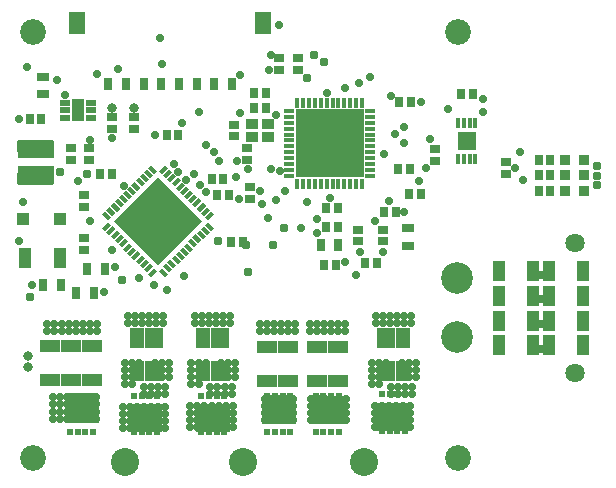
<source format=gbr>
G04 EAGLE Gerber RS-274X export*
G75*
%MOMM*%
%FSLAX34Y34*%
%LPD*%
%INSoldermask Top*%
%IPPOS*%
%AMOC8*
5,1,8,0,0,1.08239X$1,22.5*%
G01*
%ADD10C,2.177000*%
%ADD11R,5.277000X5.277000*%
%ADD12R,0.727000X0.367000*%
%ADD13R,0.727000X0.827000*%
%ADD14R,0.527000X0.527000*%
%ADD15R,2.900000X2.400000*%
%ADD16R,0.550000X0.450000*%
%ADD17R,0.939800X0.431800*%
%ADD18R,0.431800X0.939800*%
%ADD19R,5.816600X5.816600*%
%ADD20R,0.727000X1.027000*%
%ADD21R,0.827000X0.727000*%
%ADD22C,2.377000*%
%ADD23R,3.127000X1.377000*%
%ADD24R,1.027000X0.727000*%
%ADD25R,1.027000X1.077000*%
%ADD26C,1.627000*%
%ADD27C,2.677000*%
%ADD28R,1.727000X1.027000*%
%ADD29R,1.027000X1.727000*%
%ADD30R,1.587000X1.487000*%
%ADD31R,0.427000X0.877000*%
%ADD32R,0.327000X1.727000*%
%ADD33R,1.177000X1.727000*%
%ADD34R,0.977000X0.877000*%
%ADD35R,1.127000X1.927000*%
%ADD36R,0.927000X0.527000*%
%ADD37R,0.727000X1.127000*%
%ADD38R,1.377000X1.927000*%
%ADD39R,0.927000X0.927000*%
%ADD40C,0.831800*%
%ADD41C,0.731800*%
%ADD42C,0.781800*%

G36*
X35550Y251005D02*
X35550Y251005D01*
X35600Y251003D01*
X35772Y251025D01*
X35945Y251041D01*
X35993Y251054D01*
X36043Y251060D01*
X36208Y251113D01*
X36376Y251159D01*
X36421Y251181D01*
X36468Y251196D01*
X36622Y251277D01*
X36778Y251352D01*
X36819Y251382D01*
X36863Y251405D01*
X37000Y251512D01*
X37140Y251614D01*
X37175Y251650D01*
X37214Y251681D01*
X37330Y251811D01*
X37450Y251936D01*
X37477Y251978D01*
X37511Y252016D01*
X37601Y252164D01*
X37697Y252308D01*
X37717Y252355D01*
X37743Y252397D01*
X37805Y252559D01*
X37874Y252719D01*
X37885Y252767D01*
X37903Y252814D01*
X37936Y252985D01*
X37975Y253154D01*
X37978Y253204D01*
X37987Y253253D01*
X37999Y253500D01*
X37999Y259000D01*
X37995Y259050D01*
X37997Y259100D01*
X37975Y259272D01*
X37959Y259445D01*
X37946Y259493D01*
X37940Y259543D01*
X37887Y259708D01*
X37841Y259876D01*
X37819Y259921D01*
X37804Y259968D01*
X37723Y260122D01*
X37648Y260278D01*
X37618Y260319D01*
X37595Y260363D01*
X37488Y260500D01*
X37386Y260640D01*
X37350Y260675D01*
X37319Y260714D01*
X37189Y260830D01*
X37064Y260950D01*
X37022Y260977D01*
X36984Y261011D01*
X36836Y261101D01*
X36692Y261197D01*
X36646Y261217D01*
X36603Y261243D01*
X36441Y261305D01*
X36281Y261374D01*
X36233Y261385D01*
X36186Y261403D01*
X36015Y261436D01*
X35846Y261475D01*
X35796Y261478D01*
X35747Y261487D01*
X35500Y261499D01*
X8500Y261499D01*
X8450Y261495D01*
X8400Y261497D01*
X8228Y261475D01*
X8055Y261459D01*
X8007Y261446D01*
X7957Y261440D01*
X7792Y261387D01*
X7624Y261341D01*
X7579Y261319D01*
X7532Y261304D01*
X7378Y261223D01*
X7222Y261148D01*
X7181Y261118D01*
X7137Y261095D01*
X7001Y260988D01*
X6860Y260886D01*
X6825Y260850D01*
X6786Y260819D01*
X6670Y260689D01*
X6550Y260564D01*
X6523Y260522D01*
X6489Y260484D01*
X6399Y260336D01*
X6303Y260192D01*
X6283Y260146D01*
X6257Y260103D01*
X6195Y259941D01*
X6126Y259781D01*
X6115Y259733D01*
X6097Y259686D01*
X6064Y259515D01*
X6025Y259346D01*
X6022Y259296D01*
X6013Y259247D01*
X6001Y259000D01*
X6001Y253500D01*
X6005Y253450D01*
X6003Y253400D01*
X6025Y253228D01*
X6041Y253055D01*
X6054Y253007D01*
X6060Y252957D01*
X6113Y252792D01*
X6159Y252624D01*
X6181Y252579D01*
X6196Y252532D01*
X6277Y252378D01*
X6352Y252222D01*
X6382Y252181D01*
X6405Y252137D01*
X6512Y252001D01*
X6614Y251860D01*
X6650Y251825D01*
X6681Y251786D01*
X6811Y251670D01*
X6936Y251550D01*
X6978Y251523D01*
X7016Y251489D01*
X7164Y251399D01*
X7308Y251303D01*
X7355Y251283D01*
X7397Y251257D01*
X7559Y251195D01*
X7719Y251126D01*
X7767Y251115D01*
X7814Y251097D01*
X7985Y251064D01*
X8154Y251025D01*
X8204Y251022D01*
X8253Y251013D01*
X8500Y251001D01*
X35500Y251001D01*
X35550Y251005D01*
G37*
G36*
X35550Y278505D02*
X35550Y278505D01*
X35600Y278503D01*
X35772Y278525D01*
X35945Y278541D01*
X35993Y278554D01*
X36043Y278560D01*
X36208Y278613D01*
X36376Y278659D01*
X36421Y278681D01*
X36468Y278696D01*
X36622Y278777D01*
X36778Y278852D01*
X36819Y278882D01*
X36863Y278905D01*
X37000Y279012D01*
X37140Y279114D01*
X37175Y279150D01*
X37214Y279181D01*
X37330Y279311D01*
X37450Y279436D01*
X37477Y279478D01*
X37511Y279516D01*
X37601Y279664D01*
X37697Y279808D01*
X37717Y279855D01*
X37743Y279897D01*
X37805Y280059D01*
X37874Y280219D01*
X37885Y280267D01*
X37903Y280314D01*
X37936Y280485D01*
X37975Y280654D01*
X37978Y280704D01*
X37987Y280753D01*
X37999Y281000D01*
X37999Y286500D01*
X37995Y286550D01*
X37997Y286600D01*
X37975Y286772D01*
X37959Y286945D01*
X37946Y286993D01*
X37940Y287043D01*
X37887Y287208D01*
X37841Y287376D01*
X37819Y287421D01*
X37804Y287468D01*
X37723Y287622D01*
X37648Y287778D01*
X37618Y287819D01*
X37595Y287863D01*
X37488Y288000D01*
X37386Y288140D01*
X37350Y288175D01*
X37319Y288214D01*
X37189Y288330D01*
X37064Y288450D01*
X37022Y288477D01*
X36984Y288511D01*
X36836Y288601D01*
X36692Y288697D01*
X36646Y288717D01*
X36603Y288743D01*
X36441Y288805D01*
X36281Y288874D01*
X36233Y288885D01*
X36186Y288903D01*
X36015Y288936D01*
X35846Y288975D01*
X35796Y288978D01*
X35747Y288987D01*
X35500Y288999D01*
X8500Y288999D01*
X8450Y288995D01*
X8400Y288997D01*
X8228Y288975D01*
X8055Y288959D01*
X8007Y288946D01*
X7957Y288940D01*
X7792Y288887D01*
X7624Y288841D01*
X7579Y288819D01*
X7532Y288804D01*
X7378Y288723D01*
X7222Y288648D01*
X7181Y288618D01*
X7137Y288595D01*
X7001Y288488D01*
X6860Y288386D01*
X6825Y288350D01*
X6786Y288319D01*
X6670Y288189D01*
X6550Y288064D01*
X6523Y288022D01*
X6489Y287984D01*
X6399Y287836D01*
X6303Y287692D01*
X6283Y287646D01*
X6257Y287603D01*
X6195Y287441D01*
X6126Y287281D01*
X6115Y287233D01*
X6097Y287186D01*
X6064Y287015D01*
X6025Y286846D01*
X6022Y286796D01*
X6013Y286747D01*
X6001Y286500D01*
X6001Y281000D01*
X6005Y280950D01*
X6003Y280900D01*
X6025Y280728D01*
X6041Y280555D01*
X6054Y280507D01*
X6060Y280457D01*
X6113Y280292D01*
X6159Y280124D01*
X6181Y280079D01*
X6196Y280032D01*
X6277Y279878D01*
X6352Y279722D01*
X6382Y279681D01*
X6405Y279637D01*
X6512Y279501D01*
X6614Y279360D01*
X6650Y279325D01*
X6681Y279286D01*
X6811Y279170D01*
X6936Y279050D01*
X6978Y279023D01*
X7016Y278989D01*
X7164Y278899D01*
X7308Y278803D01*
X7355Y278783D01*
X7397Y278757D01*
X7559Y278695D01*
X7719Y278626D01*
X7767Y278615D01*
X7814Y278597D01*
X7985Y278564D01*
X8154Y278525D01*
X8204Y278522D01*
X8253Y278513D01*
X8500Y278501D01*
X35500Y278501D01*
X35550Y278505D01*
G37*
G36*
X120253Y39377D02*
X120253Y39377D01*
X120256Y39376D01*
X120297Y39396D01*
X120340Y39414D01*
X120341Y39417D01*
X120344Y39418D01*
X120374Y39500D01*
X120374Y42750D01*
X120373Y42753D01*
X120374Y42756D01*
X120354Y42797D01*
X120336Y42840D01*
X120333Y42841D01*
X120332Y42844D01*
X120250Y42874D01*
X116250Y42874D01*
X116247Y42873D01*
X116244Y42874D01*
X116203Y42854D01*
X116160Y42836D01*
X116159Y42833D01*
X116156Y42832D01*
X116126Y42750D01*
X116126Y39500D01*
X116127Y39497D01*
X116126Y39494D01*
X116146Y39453D01*
X116164Y39410D01*
X116167Y39409D01*
X116168Y39406D01*
X116250Y39376D01*
X120250Y39376D01*
X120253Y39377D01*
G37*
G36*
X170753Y39377D02*
X170753Y39377D01*
X170756Y39376D01*
X170797Y39396D01*
X170840Y39414D01*
X170841Y39417D01*
X170844Y39418D01*
X170874Y39500D01*
X170874Y42750D01*
X170873Y42753D01*
X170874Y42756D01*
X170854Y42797D01*
X170836Y42840D01*
X170833Y42841D01*
X170832Y42844D01*
X170750Y42874D01*
X166750Y42874D01*
X166747Y42873D01*
X166744Y42874D01*
X166703Y42854D01*
X166660Y42836D01*
X166659Y42833D01*
X166656Y42832D01*
X166626Y42750D01*
X166626Y39500D01*
X166627Y39497D01*
X166626Y39494D01*
X166646Y39453D01*
X166664Y39410D01*
X166667Y39409D01*
X166668Y39406D01*
X166750Y39376D01*
X170750Y39376D01*
X170753Y39377D01*
G37*
G36*
X183753Y39377D02*
X183753Y39377D01*
X183756Y39376D01*
X183797Y39396D01*
X183840Y39414D01*
X183841Y39417D01*
X183844Y39418D01*
X183874Y39500D01*
X183874Y42750D01*
X183873Y42753D01*
X183874Y42756D01*
X183854Y42797D01*
X183836Y42840D01*
X183833Y42841D01*
X183832Y42844D01*
X183750Y42874D01*
X179750Y42874D01*
X179747Y42873D01*
X179744Y42874D01*
X179703Y42854D01*
X179660Y42836D01*
X179659Y42833D01*
X179656Y42832D01*
X179626Y42750D01*
X179626Y39500D01*
X179627Y39497D01*
X179626Y39494D01*
X179646Y39453D01*
X179664Y39410D01*
X179667Y39409D01*
X179668Y39406D01*
X179750Y39376D01*
X183750Y39376D01*
X183753Y39377D01*
G37*
G36*
X164253Y39377D02*
X164253Y39377D01*
X164256Y39376D01*
X164297Y39396D01*
X164340Y39414D01*
X164341Y39417D01*
X164344Y39418D01*
X164374Y39500D01*
X164374Y42750D01*
X164373Y42753D01*
X164374Y42756D01*
X164354Y42797D01*
X164336Y42840D01*
X164333Y42841D01*
X164332Y42844D01*
X164250Y42874D01*
X160250Y42874D01*
X160247Y42873D01*
X160244Y42874D01*
X160203Y42854D01*
X160160Y42836D01*
X160159Y42833D01*
X160156Y42832D01*
X160126Y42750D01*
X160126Y39500D01*
X160127Y39497D01*
X160126Y39494D01*
X160146Y39453D01*
X160164Y39410D01*
X160167Y39409D01*
X160168Y39406D01*
X160250Y39376D01*
X164250Y39376D01*
X164253Y39377D01*
G37*
G36*
X107253Y39377D02*
X107253Y39377D01*
X107256Y39376D01*
X107297Y39396D01*
X107340Y39414D01*
X107341Y39417D01*
X107344Y39418D01*
X107374Y39500D01*
X107374Y42750D01*
X107373Y42753D01*
X107374Y42756D01*
X107354Y42797D01*
X107336Y42840D01*
X107333Y42841D01*
X107332Y42844D01*
X107250Y42874D01*
X103250Y42874D01*
X103247Y42873D01*
X103244Y42874D01*
X103203Y42854D01*
X103160Y42836D01*
X103159Y42833D01*
X103156Y42832D01*
X103126Y42750D01*
X103126Y39500D01*
X103127Y39497D01*
X103126Y39494D01*
X103146Y39453D01*
X103164Y39410D01*
X103167Y39409D01*
X103168Y39406D01*
X103250Y39376D01*
X107250Y39376D01*
X107253Y39377D01*
G37*
G36*
X177253Y39377D02*
X177253Y39377D01*
X177256Y39376D01*
X177297Y39396D01*
X177340Y39414D01*
X177341Y39417D01*
X177344Y39418D01*
X177374Y39500D01*
X177374Y42750D01*
X177373Y42753D01*
X177374Y42756D01*
X177354Y42797D01*
X177336Y42840D01*
X177333Y42841D01*
X177332Y42844D01*
X177250Y42874D01*
X173250Y42874D01*
X173247Y42873D01*
X173244Y42874D01*
X173203Y42854D01*
X173160Y42836D01*
X173159Y42833D01*
X173156Y42832D01*
X173126Y42750D01*
X173126Y39500D01*
X173127Y39497D01*
X173126Y39494D01*
X173146Y39453D01*
X173164Y39410D01*
X173167Y39409D01*
X173168Y39406D01*
X173250Y39376D01*
X177250Y39376D01*
X177253Y39377D01*
G37*
G36*
X126753Y39377D02*
X126753Y39377D01*
X126756Y39376D01*
X126797Y39396D01*
X126840Y39414D01*
X126841Y39417D01*
X126844Y39418D01*
X126874Y39500D01*
X126874Y42750D01*
X126873Y42753D01*
X126874Y42756D01*
X126854Y42797D01*
X126836Y42840D01*
X126833Y42841D01*
X126832Y42844D01*
X126750Y42874D01*
X122750Y42874D01*
X122747Y42873D01*
X122744Y42874D01*
X122703Y42854D01*
X122660Y42836D01*
X122659Y42833D01*
X122656Y42832D01*
X122626Y42750D01*
X122626Y39500D01*
X122627Y39497D01*
X122626Y39494D01*
X122646Y39453D01*
X122664Y39410D01*
X122667Y39409D01*
X122668Y39406D01*
X122750Y39376D01*
X126750Y39376D01*
X126753Y39377D01*
G37*
G36*
X113753Y39377D02*
X113753Y39377D01*
X113756Y39376D01*
X113797Y39396D01*
X113840Y39414D01*
X113841Y39417D01*
X113844Y39418D01*
X113874Y39500D01*
X113874Y42750D01*
X113873Y42753D01*
X113874Y42756D01*
X113854Y42797D01*
X113836Y42840D01*
X113833Y42841D01*
X113832Y42844D01*
X113750Y42874D01*
X109750Y42874D01*
X109747Y42873D01*
X109744Y42874D01*
X109703Y42854D01*
X109660Y42836D01*
X109659Y42833D01*
X109656Y42832D01*
X109626Y42750D01*
X109626Y39500D01*
X109627Y39497D01*
X109626Y39494D01*
X109646Y39453D01*
X109664Y39410D01*
X109667Y39409D01*
X109668Y39406D01*
X109750Y39376D01*
X113750Y39376D01*
X113753Y39377D01*
G37*
G36*
X317253Y40377D02*
X317253Y40377D01*
X317256Y40376D01*
X317297Y40396D01*
X317340Y40414D01*
X317341Y40417D01*
X317344Y40418D01*
X317374Y40500D01*
X317374Y43750D01*
X317373Y43753D01*
X317374Y43756D01*
X317354Y43797D01*
X317336Y43840D01*
X317333Y43841D01*
X317332Y43844D01*
X317250Y43874D01*
X313250Y43874D01*
X313247Y43873D01*
X313244Y43874D01*
X313203Y43854D01*
X313160Y43836D01*
X313159Y43833D01*
X313156Y43832D01*
X313126Y43750D01*
X313126Y40500D01*
X313127Y40497D01*
X313126Y40494D01*
X313146Y40453D01*
X313164Y40410D01*
X313167Y40409D01*
X313168Y40406D01*
X313250Y40376D01*
X317250Y40376D01*
X317253Y40377D01*
G37*
G36*
X330253Y40377D02*
X330253Y40377D01*
X330256Y40376D01*
X330297Y40396D01*
X330340Y40414D01*
X330341Y40417D01*
X330344Y40418D01*
X330374Y40500D01*
X330374Y43750D01*
X330373Y43753D01*
X330374Y43756D01*
X330354Y43797D01*
X330336Y43840D01*
X330333Y43841D01*
X330332Y43844D01*
X330250Y43874D01*
X326250Y43874D01*
X326247Y43873D01*
X326244Y43874D01*
X326203Y43854D01*
X326160Y43836D01*
X326159Y43833D01*
X326156Y43832D01*
X326126Y43750D01*
X326126Y40500D01*
X326127Y40497D01*
X326126Y40494D01*
X326146Y40453D01*
X326164Y40410D01*
X326167Y40409D01*
X326168Y40406D01*
X326250Y40376D01*
X330250Y40376D01*
X330253Y40377D01*
G37*
G36*
X323753Y40377D02*
X323753Y40377D01*
X323756Y40376D01*
X323797Y40396D01*
X323840Y40414D01*
X323841Y40417D01*
X323844Y40418D01*
X323874Y40500D01*
X323874Y43750D01*
X323873Y43753D01*
X323874Y43756D01*
X323854Y43797D01*
X323836Y43840D01*
X323833Y43841D01*
X323832Y43844D01*
X323750Y43874D01*
X319750Y43874D01*
X319747Y43873D01*
X319744Y43874D01*
X319703Y43854D01*
X319660Y43836D01*
X319659Y43833D01*
X319656Y43832D01*
X319626Y43750D01*
X319626Y40500D01*
X319627Y40497D01*
X319626Y40494D01*
X319646Y40453D01*
X319664Y40410D01*
X319667Y40409D01*
X319668Y40406D01*
X319750Y40376D01*
X323750Y40376D01*
X323753Y40377D01*
G37*
G36*
X336753Y40377D02*
X336753Y40377D01*
X336756Y40376D01*
X336797Y40396D01*
X336840Y40414D01*
X336841Y40417D01*
X336844Y40418D01*
X336874Y40500D01*
X336874Y43750D01*
X336873Y43753D01*
X336874Y43756D01*
X336854Y43797D01*
X336836Y43840D01*
X336833Y43841D01*
X336832Y43844D01*
X336750Y43874D01*
X332750Y43874D01*
X332747Y43873D01*
X332744Y43874D01*
X332703Y43854D01*
X332660Y43836D01*
X332659Y43833D01*
X332656Y43832D01*
X332626Y43750D01*
X332626Y40500D01*
X332627Y40497D01*
X332626Y40494D01*
X332646Y40453D01*
X332664Y40410D01*
X332667Y40409D01*
X332668Y40406D01*
X332750Y40376D01*
X336750Y40376D01*
X336753Y40377D01*
G37*
G36*
X220253Y71127D02*
X220253Y71127D01*
X220256Y71126D01*
X220297Y71146D01*
X220340Y71164D01*
X220341Y71167D01*
X220344Y71168D01*
X220374Y71250D01*
X220374Y74500D01*
X220373Y74503D01*
X220374Y74506D01*
X220354Y74547D01*
X220336Y74590D01*
X220333Y74591D01*
X220332Y74594D01*
X220250Y74624D01*
X216250Y74624D01*
X216247Y74623D01*
X216244Y74624D01*
X216203Y74604D01*
X216160Y74586D01*
X216159Y74583D01*
X216156Y74582D01*
X216126Y74500D01*
X216126Y71250D01*
X216127Y71247D01*
X216126Y71244D01*
X216146Y71203D01*
X216164Y71160D01*
X216167Y71159D01*
X216168Y71156D01*
X216250Y71126D01*
X220250Y71126D01*
X220253Y71127D01*
G37*
G36*
X274253Y71127D02*
X274253Y71127D01*
X274256Y71126D01*
X274297Y71146D01*
X274340Y71164D01*
X274341Y71167D01*
X274344Y71168D01*
X274374Y71250D01*
X274374Y74500D01*
X274373Y74503D01*
X274374Y74506D01*
X274354Y74547D01*
X274336Y74590D01*
X274333Y74591D01*
X274332Y74594D01*
X274250Y74624D01*
X270250Y74624D01*
X270247Y74623D01*
X270244Y74624D01*
X270203Y74604D01*
X270160Y74586D01*
X270159Y74583D01*
X270156Y74582D01*
X270126Y74500D01*
X270126Y71250D01*
X270127Y71247D01*
X270126Y71244D01*
X270146Y71203D01*
X270164Y71160D01*
X270167Y71159D01*
X270168Y71156D01*
X270250Y71126D01*
X274250Y71126D01*
X274253Y71127D01*
G37*
G36*
X261253Y71127D02*
X261253Y71127D01*
X261256Y71126D01*
X261297Y71146D01*
X261340Y71164D01*
X261341Y71167D01*
X261344Y71168D01*
X261374Y71250D01*
X261374Y74500D01*
X261373Y74503D01*
X261374Y74506D01*
X261354Y74547D01*
X261336Y74590D01*
X261333Y74591D01*
X261332Y74594D01*
X261250Y74624D01*
X257250Y74624D01*
X257247Y74623D01*
X257244Y74624D01*
X257203Y74604D01*
X257160Y74586D01*
X257159Y74583D01*
X257156Y74582D01*
X257126Y74500D01*
X257126Y71250D01*
X257127Y71247D01*
X257126Y71244D01*
X257146Y71203D01*
X257164Y71160D01*
X257167Y71159D01*
X257168Y71156D01*
X257250Y71126D01*
X261250Y71126D01*
X261253Y71127D01*
G37*
G36*
X280753Y71127D02*
X280753Y71127D01*
X280756Y71126D01*
X280797Y71146D01*
X280840Y71164D01*
X280841Y71167D01*
X280844Y71168D01*
X280874Y71250D01*
X280874Y74500D01*
X280873Y74503D01*
X280874Y74506D01*
X280854Y74547D01*
X280836Y74590D01*
X280833Y74591D01*
X280832Y74594D01*
X280750Y74624D01*
X276750Y74624D01*
X276747Y74623D01*
X276744Y74624D01*
X276703Y74604D01*
X276660Y74586D01*
X276659Y74583D01*
X276656Y74582D01*
X276626Y74500D01*
X276626Y71250D01*
X276627Y71247D01*
X276626Y71244D01*
X276646Y71203D01*
X276664Y71160D01*
X276667Y71159D01*
X276668Y71156D01*
X276750Y71126D01*
X280750Y71126D01*
X280753Y71127D01*
G37*
G36*
X226753Y71127D02*
X226753Y71127D01*
X226756Y71126D01*
X226797Y71146D01*
X226840Y71164D01*
X226841Y71167D01*
X226844Y71168D01*
X226874Y71250D01*
X226874Y74500D01*
X226873Y74503D01*
X226874Y74506D01*
X226854Y74547D01*
X226836Y74590D01*
X226833Y74591D01*
X226832Y74594D01*
X226750Y74624D01*
X222750Y74624D01*
X222747Y74623D01*
X222744Y74624D01*
X222703Y74604D01*
X222660Y74586D01*
X222659Y74583D01*
X222656Y74582D01*
X222626Y74500D01*
X222626Y71250D01*
X222627Y71247D01*
X222626Y71244D01*
X222646Y71203D01*
X222664Y71160D01*
X222667Y71159D01*
X222668Y71156D01*
X222750Y71126D01*
X226750Y71126D01*
X226753Y71127D01*
G37*
G36*
X267753Y71127D02*
X267753Y71127D01*
X267756Y71126D01*
X267797Y71146D01*
X267840Y71164D01*
X267841Y71167D01*
X267844Y71168D01*
X267874Y71250D01*
X267874Y74500D01*
X267873Y74503D01*
X267874Y74506D01*
X267854Y74547D01*
X267836Y74590D01*
X267833Y74591D01*
X267832Y74594D01*
X267750Y74624D01*
X263750Y74624D01*
X263747Y74623D01*
X263744Y74624D01*
X263703Y74604D01*
X263660Y74586D01*
X263659Y74583D01*
X263656Y74582D01*
X263626Y74500D01*
X263626Y71250D01*
X263627Y71247D01*
X263626Y71244D01*
X263646Y71203D01*
X263664Y71160D01*
X263667Y71159D01*
X263668Y71156D01*
X263750Y71126D01*
X267750Y71126D01*
X267753Y71127D01*
G37*
G36*
X239753Y71127D02*
X239753Y71127D01*
X239756Y71126D01*
X239797Y71146D01*
X239840Y71164D01*
X239841Y71167D01*
X239844Y71168D01*
X239874Y71250D01*
X239874Y74500D01*
X239873Y74503D01*
X239874Y74506D01*
X239854Y74547D01*
X239836Y74590D01*
X239833Y74591D01*
X239832Y74594D01*
X239750Y74624D01*
X235750Y74624D01*
X235747Y74623D01*
X235744Y74624D01*
X235703Y74604D01*
X235660Y74586D01*
X235659Y74583D01*
X235656Y74582D01*
X235626Y74500D01*
X235626Y71250D01*
X235627Y71247D01*
X235626Y71244D01*
X235646Y71203D01*
X235664Y71160D01*
X235667Y71159D01*
X235668Y71156D01*
X235750Y71126D01*
X239750Y71126D01*
X239753Y71127D01*
G37*
G36*
X233253Y71127D02*
X233253Y71127D01*
X233256Y71126D01*
X233297Y71146D01*
X233340Y71164D01*
X233341Y71167D01*
X233344Y71168D01*
X233374Y71250D01*
X233374Y74500D01*
X233373Y74503D01*
X233374Y74506D01*
X233354Y74547D01*
X233336Y74590D01*
X233333Y74591D01*
X233332Y74594D01*
X233250Y74624D01*
X229250Y74624D01*
X229247Y74623D01*
X229244Y74624D01*
X229203Y74604D01*
X229160Y74586D01*
X229159Y74583D01*
X229156Y74582D01*
X229126Y74500D01*
X229126Y71250D01*
X229127Y71247D01*
X229126Y71244D01*
X229146Y71203D01*
X229164Y71160D01*
X229167Y71159D01*
X229168Y71156D01*
X229250Y71126D01*
X233250Y71126D01*
X233253Y71127D01*
G37*
G36*
X59753Y71377D02*
X59753Y71377D01*
X59756Y71376D01*
X59797Y71396D01*
X59840Y71414D01*
X59841Y71417D01*
X59844Y71418D01*
X59874Y71500D01*
X59874Y74750D01*
X59873Y74753D01*
X59874Y74756D01*
X59854Y74797D01*
X59836Y74840D01*
X59833Y74841D01*
X59832Y74844D01*
X59750Y74874D01*
X55750Y74874D01*
X55747Y74873D01*
X55744Y74874D01*
X55703Y74854D01*
X55660Y74836D01*
X55659Y74833D01*
X55656Y74832D01*
X55626Y74750D01*
X55626Y71500D01*
X55627Y71497D01*
X55626Y71494D01*
X55646Y71453D01*
X55664Y71410D01*
X55667Y71409D01*
X55668Y71406D01*
X55750Y71376D01*
X59750Y71376D01*
X59753Y71377D01*
G37*
G36*
X53253Y71377D02*
X53253Y71377D01*
X53256Y71376D01*
X53297Y71396D01*
X53340Y71414D01*
X53341Y71417D01*
X53344Y71418D01*
X53374Y71500D01*
X53374Y74750D01*
X53373Y74753D01*
X53374Y74756D01*
X53354Y74797D01*
X53336Y74840D01*
X53333Y74841D01*
X53332Y74844D01*
X53250Y74874D01*
X49250Y74874D01*
X49247Y74873D01*
X49244Y74874D01*
X49203Y74854D01*
X49160Y74836D01*
X49159Y74833D01*
X49156Y74832D01*
X49126Y74750D01*
X49126Y71500D01*
X49127Y71497D01*
X49126Y71494D01*
X49146Y71453D01*
X49164Y71410D01*
X49167Y71409D01*
X49168Y71406D01*
X49250Y71376D01*
X53250Y71376D01*
X53253Y71377D01*
G37*
G36*
X66253Y71377D02*
X66253Y71377D01*
X66256Y71376D01*
X66297Y71396D01*
X66340Y71414D01*
X66341Y71417D01*
X66344Y71418D01*
X66374Y71500D01*
X66374Y74750D01*
X66373Y74753D01*
X66374Y74756D01*
X66354Y74797D01*
X66336Y74840D01*
X66333Y74841D01*
X66332Y74844D01*
X66250Y74874D01*
X62250Y74874D01*
X62247Y74873D01*
X62244Y74874D01*
X62203Y74854D01*
X62160Y74836D01*
X62159Y74833D01*
X62156Y74832D01*
X62126Y74750D01*
X62126Y71500D01*
X62127Y71497D01*
X62126Y71494D01*
X62146Y71453D01*
X62164Y71410D01*
X62167Y71409D01*
X62168Y71406D01*
X62250Y71376D01*
X66250Y71376D01*
X66253Y71377D01*
G37*
G36*
X72753Y71377D02*
X72753Y71377D01*
X72756Y71376D01*
X72797Y71396D01*
X72840Y71414D01*
X72841Y71417D01*
X72844Y71418D01*
X72874Y71500D01*
X72874Y74750D01*
X72873Y74753D01*
X72874Y74756D01*
X72854Y74797D01*
X72836Y74840D01*
X72833Y74841D01*
X72832Y74844D01*
X72750Y74874D01*
X68750Y74874D01*
X68747Y74873D01*
X68744Y74874D01*
X68703Y74854D01*
X68660Y74836D01*
X68659Y74833D01*
X68656Y74832D01*
X68626Y74750D01*
X68626Y71500D01*
X68627Y71497D01*
X68626Y71494D01*
X68646Y71453D01*
X68664Y71410D01*
X68667Y71409D01*
X68668Y71406D01*
X68750Y71376D01*
X72750Y71376D01*
X72753Y71377D01*
G37*
D10*
X20000Y380000D03*
X380000Y380000D03*
X380000Y20000D03*
X20000Y20000D03*
D11*
G36*
X163114Y220500D02*
X125800Y183186D01*
X88486Y220500D01*
X125800Y257814D01*
X163114Y220500D01*
G37*
D12*
G36*
X86180Y217176D02*
X81041Y212037D01*
X78446Y214632D01*
X83585Y219771D01*
X86180Y217176D01*
G37*
G36*
X81981Y211096D02*
X87120Y216235D01*
X89715Y213640D01*
X84576Y208501D01*
X81981Y211096D01*
G37*
G36*
X85517Y207561D02*
X90656Y212700D01*
X93251Y210105D01*
X88112Y204966D01*
X85517Y207561D01*
G37*
G36*
X89053Y204025D02*
X94192Y209164D01*
X96787Y206569D01*
X91648Y201430D01*
X89053Y204025D01*
G37*
G36*
X92588Y200490D02*
X97727Y205629D01*
X100322Y203034D01*
X95183Y197895D01*
X92588Y200490D01*
G37*
G36*
X96124Y196954D02*
X101263Y202093D01*
X103858Y199498D01*
X98719Y194359D01*
X96124Y196954D01*
G37*
G36*
X99659Y193419D02*
X104798Y198558D01*
X107393Y195963D01*
X102254Y190824D01*
X99659Y193419D01*
G37*
G36*
X103195Y189883D02*
X108334Y195022D01*
X110929Y192427D01*
X105790Y187288D01*
X103195Y189883D01*
G37*
G36*
X106730Y186348D02*
X111869Y191487D01*
X114464Y188892D01*
X109325Y183753D01*
X106730Y186348D01*
G37*
G36*
X110266Y182812D02*
X115405Y187951D01*
X118000Y185356D01*
X112861Y180217D01*
X110266Y182812D01*
G37*
G36*
X113801Y179276D02*
X118940Y184415D01*
X121535Y181820D01*
X116396Y176681D01*
X113801Y179276D01*
G37*
G36*
X117337Y175741D02*
X122476Y180880D01*
X125071Y178285D01*
X119932Y173146D01*
X117337Y175741D01*
G37*
G36*
X129124Y180880D02*
X134263Y175741D01*
X131668Y173146D01*
X126529Y178285D01*
X129124Y180880D01*
G37*
G36*
X135204Y176681D02*
X130065Y181820D01*
X132660Y184415D01*
X137799Y179276D01*
X135204Y176681D01*
G37*
G36*
X138739Y180217D02*
X133600Y185356D01*
X136195Y187951D01*
X141334Y182812D01*
X138739Y180217D01*
G37*
G36*
X142275Y183753D02*
X137136Y188892D01*
X139731Y191487D01*
X144870Y186348D01*
X142275Y183753D01*
G37*
G36*
X145810Y187288D02*
X140671Y192427D01*
X143266Y195022D01*
X148405Y189883D01*
X145810Y187288D01*
G37*
G36*
X149346Y190824D02*
X144207Y195963D01*
X146802Y198558D01*
X151941Y193419D01*
X149346Y190824D01*
G37*
G36*
X152881Y194359D02*
X147742Y199498D01*
X150337Y202093D01*
X155476Y196954D01*
X152881Y194359D01*
G37*
G36*
X156417Y197895D02*
X151278Y203034D01*
X153873Y205629D01*
X159012Y200490D01*
X156417Y197895D01*
G37*
G36*
X159952Y201430D02*
X154813Y206569D01*
X157408Y209164D01*
X162547Y204025D01*
X159952Y201430D01*
G37*
G36*
X163488Y204966D02*
X158349Y210105D01*
X160944Y212700D01*
X166083Y207561D01*
X163488Y204966D01*
G37*
G36*
X167024Y208501D02*
X161885Y213640D01*
X164480Y216235D01*
X169619Y211096D01*
X167024Y208501D01*
G37*
G36*
X170559Y212037D02*
X165420Y217176D01*
X168015Y219771D01*
X173154Y214632D01*
X170559Y212037D01*
G37*
G36*
X165420Y223824D02*
X170559Y228963D01*
X173154Y226368D01*
X168015Y221229D01*
X165420Y223824D01*
G37*
G36*
X169619Y229904D02*
X164480Y224765D01*
X161885Y227360D01*
X167024Y232499D01*
X169619Y229904D01*
G37*
G36*
X166083Y233439D02*
X160944Y228300D01*
X158349Y230895D01*
X163488Y236034D01*
X166083Y233439D01*
G37*
G36*
X162547Y236975D02*
X157408Y231836D01*
X154813Y234431D01*
X159952Y239570D01*
X162547Y236975D01*
G37*
G36*
X159012Y240510D02*
X153873Y235371D01*
X151278Y237966D01*
X156417Y243105D01*
X159012Y240510D01*
G37*
G36*
X155476Y244046D02*
X150337Y238907D01*
X147742Y241502D01*
X152881Y246641D01*
X155476Y244046D01*
G37*
G36*
X151941Y247581D02*
X146802Y242442D01*
X144207Y245037D01*
X149346Y250176D01*
X151941Y247581D01*
G37*
G36*
X148405Y251117D02*
X143266Y245978D01*
X140671Y248573D01*
X145810Y253712D01*
X148405Y251117D01*
G37*
G36*
X144870Y254652D02*
X139731Y249513D01*
X137136Y252108D01*
X142275Y257247D01*
X144870Y254652D01*
G37*
G36*
X141334Y258188D02*
X136195Y253049D01*
X133600Y255644D01*
X138739Y260783D01*
X141334Y258188D01*
G37*
G36*
X137799Y261724D02*
X132660Y256585D01*
X130065Y259180D01*
X135204Y264319D01*
X137799Y261724D01*
G37*
G36*
X134263Y265259D02*
X129124Y260120D01*
X126529Y262715D01*
X131668Y267854D01*
X134263Y265259D01*
G37*
G36*
X122476Y260120D02*
X117337Y265259D01*
X119932Y267854D01*
X125071Y262715D01*
X122476Y260120D01*
G37*
G36*
X116396Y264319D02*
X121535Y259180D01*
X118940Y256585D01*
X113801Y261724D01*
X116396Y264319D01*
G37*
G36*
X112861Y260783D02*
X118000Y255644D01*
X115405Y253049D01*
X110266Y258188D01*
X112861Y260783D01*
G37*
G36*
X109325Y257247D02*
X114464Y252108D01*
X111869Y249513D01*
X106730Y254652D01*
X109325Y257247D01*
G37*
G36*
X105790Y253712D02*
X110929Y248573D01*
X108334Y245978D01*
X103195Y251117D01*
X105790Y253712D01*
G37*
G36*
X102254Y250176D02*
X107393Y245037D01*
X104798Y242442D01*
X99659Y247581D01*
X102254Y250176D01*
G37*
G36*
X98719Y246641D02*
X103858Y241502D01*
X101263Y238907D01*
X96124Y244046D01*
X98719Y246641D01*
G37*
G36*
X95183Y243105D02*
X100322Y237966D01*
X97727Y235371D01*
X92588Y240510D01*
X95183Y243105D01*
G37*
G36*
X91648Y239570D02*
X96787Y234431D01*
X94192Y231836D01*
X89053Y236975D01*
X91648Y239570D01*
G37*
G36*
X88112Y236034D02*
X93251Y230895D01*
X90656Y228300D01*
X85517Y233439D01*
X88112Y236034D01*
G37*
G36*
X84576Y232499D02*
X89715Y227360D01*
X87120Y224765D01*
X81981Y229904D01*
X84576Y232499D01*
G37*
G36*
X81041Y228963D02*
X86180Y223824D01*
X83585Y221229D01*
X78446Y226368D01*
X81041Y228963D01*
G37*
D13*
X187600Y202700D03*
X197600Y202700D03*
D14*
X218250Y41500D03*
X224750Y41500D03*
X231250Y41500D03*
X237750Y41500D03*
D15*
X228000Y60500D03*
D16*
X218250Y73000D03*
X224750Y73000D03*
X231250Y73000D03*
X237750Y73000D03*
D14*
X259250Y41500D03*
X265750Y41500D03*
X272250Y41500D03*
X278750Y41500D03*
D15*
X269000Y60500D03*
D16*
X259250Y73000D03*
X265750Y73000D03*
X272250Y73000D03*
X278750Y73000D03*
D14*
X124750Y72500D03*
X118250Y72500D03*
X111750Y72500D03*
X105250Y72500D03*
D15*
X115000Y53500D03*
D16*
X124750Y41000D03*
X118250Y41000D03*
X111750Y41000D03*
X105250Y41000D03*
D14*
X181750Y72500D03*
X175250Y72500D03*
X168750Y72500D03*
X162250Y72500D03*
D15*
X172000Y53500D03*
D16*
X181750Y41000D03*
X175250Y41000D03*
X168750Y41000D03*
X162250Y41000D03*
D14*
X334750Y73500D03*
X328250Y73500D03*
X321750Y73500D03*
X315250Y73500D03*
D15*
X325000Y54500D03*
D16*
X334750Y42000D03*
X328250Y42000D03*
X321750Y42000D03*
X315250Y42000D03*
D17*
X236456Y313500D03*
X236456Y308500D03*
X236456Y303500D03*
X236456Y298500D03*
X236456Y293500D03*
X236456Y288500D03*
X236456Y283500D03*
X236456Y278500D03*
X236456Y273500D03*
X236456Y268500D03*
X236456Y263500D03*
X236456Y258500D03*
D18*
X243500Y251456D03*
X248500Y251456D03*
X253500Y251456D03*
X258500Y251456D03*
X263500Y251456D03*
X268500Y251456D03*
X273500Y251456D03*
X278500Y251456D03*
X283500Y251456D03*
X288500Y251456D03*
X293500Y251456D03*
X298500Y251456D03*
D17*
X305544Y258500D03*
X305544Y263500D03*
X305544Y268500D03*
X305544Y273500D03*
X305544Y278500D03*
X305544Y283500D03*
X305544Y288500D03*
X305544Y293500D03*
X305544Y298500D03*
X305544Y303500D03*
X305544Y308500D03*
X305544Y313500D03*
D18*
X298500Y320544D03*
X293500Y320544D03*
X288500Y320544D03*
X283500Y320544D03*
X278500Y320544D03*
X273500Y320544D03*
X268500Y320544D03*
X263500Y320544D03*
X258500Y320544D03*
X253500Y320544D03*
X248500Y320544D03*
X243500Y320544D03*
D19*
X271000Y286000D03*
D20*
X263500Y200000D03*
X278500Y200000D03*
D13*
X278000Y231000D03*
X268000Y231000D03*
X278000Y215000D03*
X268000Y215000D03*
X266000Y183000D03*
X276000Y183000D03*
X217000Y329000D03*
X207000Y329000D03*
D21*
X228000Y348000D03*
X228000Y358000D03*
D13*
X330000Y321000D03*
X340000Y321000D03*
X317000Y228000D03*
X327000Y228000D03*
D21*
X244000Y348000D03*
X244000Y358000D03*
X316000Y213000D03*
X316000Y203000D03*
X295000Y213000D03*
X295000Y203000D03*
D22*
X98000Y16000D03*
X198000Y16000D03*
X300000Y16000D03*
D20*
X56500Y159000D03*
X71500Y159000D03*
D21*
X63000Y242000D03*
X63000Y232000D03*
D13*
X87000Y260000D03*
X77000Y260000D03*
D23*
X22000Y259750D03*
X22000Y280250D03*
D21*
X52000Y272000D03*
X52000Y282000D03*
X67000Y282000D03*
X67000Y272000D03*
D24*
X28000Y327500D03*
X28000Y342500D03*
D25*
X11250Y222000D03*
X42750Y222000D03*
D14*
X51250Y41750D03*
X57750Y41750D03*
X64250Y41750D03*
X70750Y41750D03*
D15*
X61000Y60750D03*
D16*
X51250Y73250D03*
X57750Y73250D03*
X64250Y73250D03*
X70750Y73250D03*
D26*
X479000Y202000D03*
X479000Y92000D03*
D27*
X379000Y172000D03*
X379000Y122000D03*
D28*
X218000Y84500D03*
X218000Y113500D03*
D29*
X42500Y189000D03*
X13500Y189000D03*
X414500Y136000D03*
X443500Y136000D03*
X414500Y157000D03*
X443500Y157000D03*
X414500Y178000D03*
X443500Y178000D03*
X485500Y178000D03*
X456500Y178000D03*
X485500Y157000D03*
X456500Y157000D03*
X485500Y136000D03*
X456500Y136000D03*
X485500Y115000D03*
X456500Y115000D03*
D28*
X260000Y84500D03*
X260000Y113500D03*
X70000Y85500D03*
X70000Y114500D03*
X278000Y84500D03*
X278000Y113500D03*
X34000Y85500D03*
X34000Y114500D03*
X52000Y85500D03*
X52000Y114500D03*
X236000Y84500D03*
X236000Y113500D03*
D29*
X414500Y115000D03*
X443500Y115000D03*
D30*
X387000Y288000D03*
D31*
X379500Y303000D03*
X384500Y303000D03*
X389500Y303000D03*
X394500Y303000D03*
X394500Y273000D03*
X389500Y273000D03*
X384500Y273000D03*
X379500Y273000D03*
D21*
X420000Y260000D03*
X420000Y270000D03*
D20*
X65500Y180000D03*
X80500Y180000D03*
X43500Y166000D03*
X28500Y166000D03*
D21*
X63000Y196000D03*
X63000Y206000D03*
D13*
X143000Y293000D03*
X133000Y293000D03*
D21*
X204000Y239000D03*
X204000Y249000D03*
D32*
X116000Y121000D03*
D33*
X107750Y93000D03*
X124250Y93000D03*
X107750Y121000D03*
X124250Y121000D03*
D32*
X116000Y93000D03*
X172000Y121000D03*
D33*
X163750Y93000D03*
X180250Y93000D03*
X163750Y121000D03*
X180250Y121000D03*
D32*
X172000Y93000D03*
X325000Y121000D03*
D33*
X316750Y93000D03*
X333250Y93000D03*
X316750Y121000D03*
X333250Y121000D03*
D32*
X325000Y93000D03*
D13*
X176000Y242000D03*
X186000Y242000D03*
X171000Y256000D03*
X181000Y256000D03*
D34*
X205250Y291750D03*
X218750Y291750D03*
X218750Y302250D03*
X205250Y302250D03*
D13*
X217000Y316000D03*
X207000Y316000D03*
D35*
X58000Y314000D03*
D36*
X47000Y307500D03*
X47000Y314000D03*
X47000Y320500D03*
X69000Y320500D03*
X69000Y314000D03*
X69000Y307500D03*
D13*
X27000Y307000D03*
X17000Y307000D03*
D21*
X87000Y308000D03*
X87000Y298000D03*
X105000Y308000D03*
X105000Y298000D03*
D13*
X382000Y328000D03*
X392000Y328000D03*
D21*
X360000Y271000D03*
X360000Y281000D03*
X190000Y292000D03*
X190000Y302000D03*
D13*
X338000Y243000D03*
X348000Y243000D03*
X339000Y264000D03*
X329000Y264000D03*
D37*
X83500Y336100D03*
X98500Y336100D03*
X113500Y336100D03*
X128500Y336100D03*
X143500Y336100D03*
X158500Y336100D03*
X173500Y336100D03*
X188500Y336100D03*
D38*
X214550Y388000D03*
X57450Y388000D03*
D39*
X470000Y246000D03*
X486000Y246000D03*
X470000Y259000D03*
X486000Y259000D03*
X470000Y272000D03*
X486000Y272000D03*
D13*
X448000Y246000D03*
X458000Y246000D03*
X448000Y259000D03*
X458000Y259000D03*
X448000Y272000D03*
X458000Y272000D03*
D21*
X201000Y282000D03*
X201000Y272000D03*
D24*
X337000Y214500D03*
X337000Y199500D03*
D13*
X311000Y185000D03*
X301000Y185000D03*
D40*
X87000Y316000D03*
D41*
X194000Y239000D03*
X260000Y210000D03*
X323000Y326000D03*
X220000Y348000D03*
X321000Y237000D03*
D42*
X176184Y203424D03*
D41*
X225896Y309896D03*
X293000Y175000D03*
X353000Y265000D03*
X74000Y345000D03*
D40*
X105000Y316000D03*
D41*
X127000Y375000D03*
X129000Y353000D03*
X160846Y251154D03*
X269048Y329000D03*
X166000Y245000D03*
X284000Y333000D03*
X156000Y260000D03*
X295532Y337532D03*
X149000Y255000D03*
X305000Y342104D03*
X247000Y214000D03*
X252000Y236000D03*
X233000Y246000D03*
X371000Y315000D03*
X401000Y313000D03*
D42*
X252000Y341000D03*
X497000Y250404D03*
X266208Y354792D03*
X497000Y258476D03*
X258000Y361000D03*
X497000Y266548D03*
D41*
X166000Y285096D03*
X334010Y299952D03*
X173000Y278524D03*
X326438Y294216D03*
X177000Y270952D03*
X334010Y286644D03*
D42*
X232000Y214000D03*
X223000Y200000D03*
X202124Y177124D03*
D41*
X228968Y263032D03*
X192000Y258000D03*
X221000Y264452D03*
X201572Y264452D03*
D42*
X66000Y260000D03*
X43000Y262000D03*
D41*
X68000Y220000D03*
X58000Y254000D03*
X450000Y175000D03*
X450000Y154000D03*
X450000Y133000D03*
X450000Y112000D03*
X187000Y140000D03*
X187000Y134000D03*
X181000Y134000D03*
X181000Y140000D03*
X175000Y140000D03*
X175000Y134000D03*
X169000Y140000D03*
X169000Y134000D03*
X163000Y134000D03*
X163000Y140000D03*
X157000Y140000D03*
X157000Y134000D03*
X130000Y140000D03*
X130000Y134000D03*
X124000Y134000D03*
X124000Y140000D03*
X118000Y140000D03*
X118000Y134000D03*
X112000Y140000D03*
X112000Y134000D03*
X106000Y134000D03*
X106000Y140000D03*
X100000Y140000D03*
X100000Y134000D03*
X284000Y133000D03*
X284000Y127000D03*
X278000Y127000D03*
X278000Y133000D03*
X272000Y133000D03*
X272000Y127000D03*
X266000Y133000D03*
X266000Y127000D03*
X260000Y127000D03*
X260000Y133000D03*
X254000Y133000D03*
X254000Y127000D03*
X242000Y133000D03*
X242000Y127000D03*
X236000Y127000D03*
X236000Y133000D03*
X230000Y133000D03*
X230000Y127000D03*
X224000Y133000D03*
X224000Y127000D03*
X218000Y127000D03*
X218000Y133000D03*
X212000Y133000D03*
X212000Y127000D03*
X340000Y140000D03*
X340000Y134000D03*
X334000Y134000D03*
X334000Y140000D03*
X328000Y140000D03*
X328000Y134000D03*
X322000Y140000D03*
X322000Y134000D03*
X316000Y134000D03*
X316000Y140000D03*
X310000Y140000D03*
X310000Y134000D03*
X38000Y127000D03*
X38000Y133000D03*
X32000Y133000D03*
X32000Y127000D03*
X74000Y133000D03*
X74000Y127000D03*
X68000Y127000D03*
X68000Y133000D03*
X62000Y133000D03*
X62000Y127000D03*
X56000Y133000D03*
X56000Y127000D03*
X50000Y127000D03*
X50000Y133000D03*
X44000Y133000D03*
X44000Y127000D03*
X195000Y312000D03*
X87000Y291000D03*
X68000Y289000D03*
X123000Y293000D03*
X126000Y248000D03*
X141000Y236000D03*
X141000Y207000D03*
X126000Y221000D03*
X126000Y191000D03*
X112000Y206000D03*
X97000Y221000D03*
X111000Y234000D03*
X221000Y361000D03*
X271000Y240000D03*
X316000Y194000D03*
X284000Y186000D03*
X348000Y321000D03*
X334000Y228000D03*
X40000Y340000D03*
X8000Y307000D03*
X47000Y327000D03*
X247000Y310000D03*
X271000Y310000D03*
X295000Y310000D03*
X295000Y262000D03*
X271000Y262000D03*
X247000Y262000D03*
X401000Y324000D03*
X347000Y254000D03*
X8000Y203000D03*
X19000Y166000D03*
X11000Y236000D03*
X80000Y160000D03*
D42*
X200000Y200000D03*
D41*
X212000Y246000D03*
X192326Y271520D03*
X297000Y194000D03*
D42*
X155000Y221000D03*
D41*
X356000Y290000D03*
X195000Y344000D03*
X432000Y279000D03*
X73000Y53000D03*
X73000Y59000D03*
X67000Y59000D03*
X67000Y53000D03*
X61000Y53000D03*
X61000Y59000D03*
X55000Y59000D03*
X55000Y53000D03*
X49000Y53000D03*
X49000Y59000D03*
X73000Y65000D03*
X73000Y71000D03*
X67000Y71000D03*
X67000Y65000D03*
X61000Y65000D03*
X61000Y71000D03*
X55000Y71000D03*
X55000Y65000D03*
X49000Y65000D03*
X49000Y71000D03*
X37000Y53000D03*
X37000Y59000D03*
X37000Y65000D03*
X37000Y71000D03*
X43000Y53000D03*
X43000Y59000D03*
X43000Y65000D03*
X43000Y71000D03*
X240000Y52000D03*
X240000Y58000D03*
X234000Y58000D03*
X234000Y52000D03*
X228000Y52000D03*
X228000Y58000D03*
X222000Y58000D03*
X222000Y52000D03*
X216000Y52000D03*
X216000Y58000D03*
X240000Y64000D03*
X240000Y70000D03*
X234000Y70000D03*
X234000Y64000D03*
X228000Y64000D03*
X228000Y70000D03*
X222000Y70000D03*
X222000Y64000D03*
X216000Y64000D03*
X216000Y70000D03*
X279000Y52000D03*
X279000Y58000D03*
X273000Y58000D03*
X273000Y52000D03*
X267000Y52000D03*
X267000Y58000D03*
X261000Y58000D03*
X261000Y52000D03*
X255000Y52000D03*
X255000Y58000D03*
X279000Y64000D03*
X279000Y70000D03*
X273000Y70000D03*
X273000Y64000D03*
X267000Y64000D03*
X267000Y70000D03*
X261000Y70000D03*
X261000Y64000D03*
X255000Y64000D03*
X255000Y70000D03*
X285000Y52000D03*
X285000Y58000D03*
X285000Y64000D03*
X285000Y70000D03*
D40*
X16000Y106000D03*
X16000Y97000D03*
D41*
X428000Y265000D03*
X435000Y255000D03*
X89000Y181000D03*
X87106Y195894D03*
X139000Y269000D03*
X146000Y303000D03*
X143029Y262029D03*
X97000Y250292D03*
X317000Y277000D03*
X126000Y45000D03*
X126000Y51000D03*
X120000Y51000D03*
X120000Y45000D03*
X114000Y45000D03*
X114000Y51000D03*
X108000Y51000D03*
X108000Y45000D03*
X102000Y45000D03*
X102000Y51000D03*
X126000Y57000D03*
X126000Y63000D03*
X120000Y63000D03*
X120000Y57000D03*
X114000Y57000D03*
X114000Y63000D03*
X108000Y63000D03*
X108000Y57000D03*
X102000Y57000D03*
X102000Y63000D03*
X132000Y45000D03*
X132000Y51000D03*
X132000Y57000D03*
X132000Y63000D03*
X96000Y45000D03*
X96000Y51000D03*
X96000Y57000D03*
X96000Y63000D03*
D42*
X95000Y170000D03*
X17000Y156000D03*
D41*
X183000Y46000D03*
X183000Y52000D03*
X177000Y52000D03*
X177000Y46000D03*
X171000Y46000D03*
X171000Y52000D03*
X165000Y52000D03*
X165000Y46000D03*
X159000Y46000D03*
X159000Y52000D03*
X183000Y58000D03*
X183000Y64000D03*
X177000Y64000D03*
X177000Y58000D03*
X171000Y58000D03*
X171000Y64000D03*
X165000Y64000D03*
X165000Y58000D03*
X159000Y58000D03*
X159000Y64000D03*
X189000Y46000D03*
X189000Y52000D03*
X189000Y58000D03*
X189000Y64000D03*
X153000Y46000D03*
X153000Y52000D03*
X153000Y58000D03*
X153000Y64000D03*
X333000Y46000D03*
X333000Y52000D03*
X327000Y52000D03*
X327000Y46000D03*
X321000Y46000D03*
X321000Y52000D03*
X315000Y52000D03*
X315000Y46000D03*
X309000Y46000D03*
X309000Y52000D03*
X333000Y58000D03*
X333000Y64000D03*
X327000Y64000D03*
X327000Y58000D03*
X321000Y58000D03*
X321000Y64000D03*
X315000Y64000D03*
X315000Y58000D03*
X309000Y58000D03*
X309000Y64000D03*
X339000Y46000D03*
X339000Y52000D03*
X339000Y58000D03*
X339000Y64000D03*
X148000Y174000D03*
X133000Y162000D03*
X109947Y172053D03*
X122000Y166000D03*
X335000Y80000D03*
X329000Y80000D03*
X323000Y80000D03*
X313000Y88000D03*
X319000Y88000D03*
X341000Y80000D03*
X313000Y94000D03*
X313000Y100000D03*
X319000Y94000D03*
X319000Y100000D03*
X341000Y74000D03*
X335000Y74000D03*
X323000Y74000D03*
X329000Y74000D03*
X307000Y88000D03*
X307000Y94000D03*
X307000Y100000D03*
X313000Y82000D03*
X307000Y82000D03*
X338000Y88000D03*
X344000Y88000D03*
X338000Y94000D03*
X338000Y100000D03*
X344000Y94000D03*
X344000Y100000D03*
X332000Y88000D03*
X332000Y94000D03*
X332000Y100000D03*
X182000Y80000D03*
X176000Y80000D03*
X170000Y80000D03*
X160000Y88000D03*
X166000Y88000D03*
X188000Y80000D03*
X160000Y94000D03*
X160000Y100000D03*
X166000Y94000D03*
X166000Y100000D03*
X188000Y74000D03*
X182000Y74000D03*
X170000Y74000D03*
X176000Y74000D03*
X154000Y88000D03*
X154000Y94000D03*
X154000Y100000D03*
X160000Y82000D03*
X154000Y82000D03*
X185000Y88000D03*
X191000Y88000D03*
X185000Y94000D03*
X185000Y100000D03*
X191000Y94000D03*
X191000Y100000D03*
X179000Y88000D03*
X179000Y94000D03*
X179000Y100000D03*
X126000Y80000D03*
X120000Y80000D03*
X114000Y80000D03*
X104000Y88000D03*
X110000Y88000D03*
X132000Y80000D03*
X104000Y94000D03*
X104000Y100000D03*
X110000Y94000D03*
X110000Y100000D03*
X132000Y74000D03*
X126000Y74000D03*
X114000Y74000D03*
X120000Y74000D03*
X98000Y88000D03*
X98000Y94000D03*
X98000Y100000D03*
X104000Y82000D03*
X98000Y82000D03*
X129000Y88000D03*
X135000Y88000D03*
X129000Y94000D03*
X129000Y100000D03*
X135000Y94000D03*
X135000Y100000D03*
X123000Y88000D03*
X123000Y94000D03*
X123000Y100000D03*
X214048Y235000D03*
X226000Y238452D03*
X219000Y223000D03*
X260120Y222000D03*
X228000Y386000D03*
X15000Y351000D03*
X160000Y313000D03*
X92000Y349000D03*
X309000Y220000D03*
M02*

</source>
